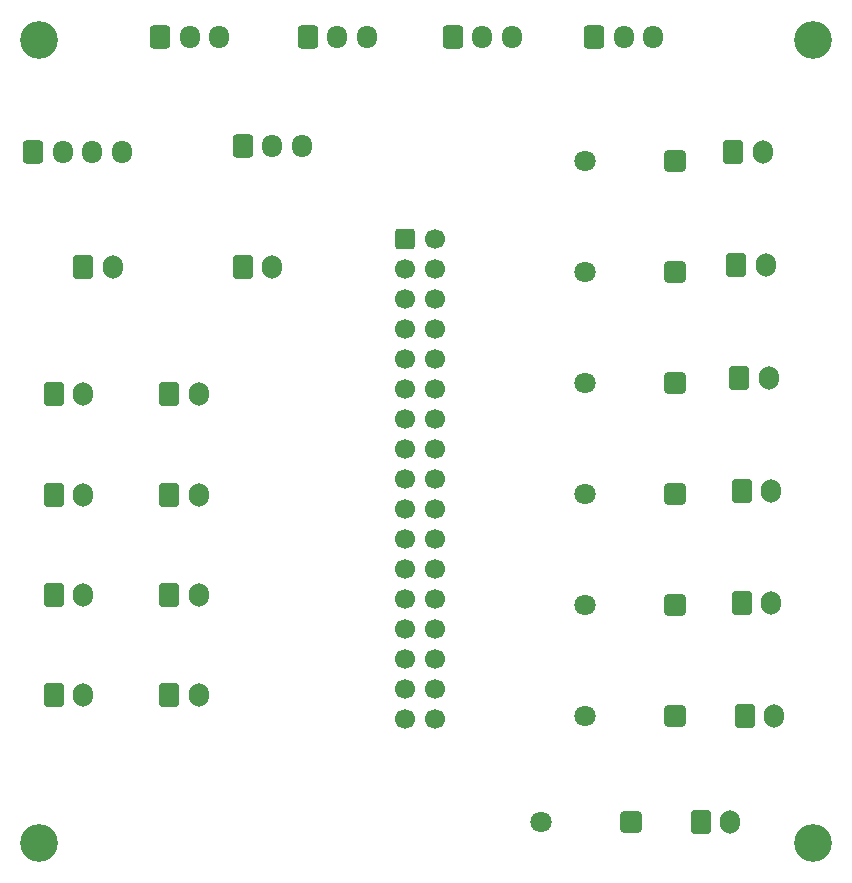
<source format=gbr>
%TF.GenerationSoftware,KiCad,Pcbnew,9.0.4*%
%TF.CreationDate,2025-11-16T16:02:53+10:00*%
%TF.ProjectId,Jet Ranger Auto Pilot Audio,4a657420-5261-46e6-9765-72204175746f,rev?*%
%TF.SameCoordinates,Original*%
%TF.FileFunction,Soldermask,Bot*%
%TF.FilePolarity,Negative*%
%FSLAX46Y46*%
G04 Gerber Fmt 4.6, Leading zero omitted, Abs format (unit mm)*
G04 Created by KiCad (PCBNEW 9.0.4) date 2025-11-16 16:02:53*
%MOMM*%
%LPD*%
G01*
G04 APERTURE LIST*
G04 Aperture macros list*
%AMRoundRect*
0 Rectangle with rounded corners*
0 $1 Rounding radius*
0 $2 $3 $4 $5 $6 $7 $8 $9 X,Y pos of 4 corners*
0 Add a 4 corners polygon primitive as box body*
4,1,4,$2,$3,$4,$5,$6,$7,$8,$9,$2,$3,0*
0 Add four circle primitives for the rounded corners*
1,1,$1+$1,$2,$3*
1,1,$1+$1,$4,$5*
1,1,$1+$1,$6,$7*
1,1,$1+$1,$8,$9*
0 Add four rect primitives between the rounded corners*
20,1,$1+$1,$2,$3,$4,$5,0*
20,1,$1+$1,$4,$5,$6,$7,0*
20,1,$1+$1,$6,$7,$8,$9,0*
20,1,$1+$1,$8,$9,$2,$3,0*%
G04 Aperture macros list end*
%ADD10RoundRect,0.250000X-0.600000X-0.750000X0.600000X-0.750000X0.600000X0.750000X-0.600000X0.750000X0*%
%ADD11O,1.700000X2.000000*%
%ADD12C,3.200000*%
%ADD13RoundRect,0.250000X0.650000X0.650000X-0.650000X0.650000X-0.650000X-0.650000X0.650000X-0.650000X0*%
%ADD14C,1.800000*%
%ADD15RoundRect,0.250000X-0.600000X-0.725000X0.600000X-0.725000X0.600000X0.725000X-0.600000X0.725000X0*%
%ADD16O,1.700000X1.950000*%
%ADD17RoundRect,0.250000X-0.600000X-0.600000X0.600000X-0.600000X0.600000X0.600000X-0.600000X0.600000X0*%
%ADD18C,1.700000*%
G04 APERTURE END LIST*
D10*
%TO.C,SW7*%
X153250000Y-112100000D03*
D11*
X155750000Y-112100000D03*
%TD*%
D12*
%TO.C,H4*%
X159500000Y-151500000D03*
%TD*%
D10*
%TO.C,SW10*%
X153500000Y-131200000D03*
D11*
X156000000Y-131200000D03*
%TD*%
D12*
%TO.C,H3*%
X94000000Y-151500000D03*
%TD*%
D10*
%TO.C,D12*%
X105000000Y-122000000D03*
D11*
X107500000Y-122000000D03*
%TD*%
D12*
%TO.C,H1*%
X94000000Y-83500000D03*
%TD*%
D10*
%TO.C,J2*%
X111250000Y-102750000D03*
D11*
X113750000Y-102750000D03*
%TD*%
D13*
%TO.C,D4*%
X147870000Y-121950000D03*
D14*
X140250000Y-121950000D03*
%TD*%
D10*
%TO.C,D6*%
X95250000Y-130500000D03*
D11*
X97750000Y-130500000D03*
%TD*%
D15*
%TO.C,SW2*%
X129000000Y-83250000D03*
D16*
X131500000Y-83250000D03*
X134000000Y-83250000D03*
%TD*%
D10*
%TO.C,D8*%
X105000000Y-139000000D03*
D11*
X107500000Y-139000000D03*
%TD*%
D10*
%TO.C,SW8*%
X153000000Y-102550000D03*
D11*
X155500000Y-102550000D03*
%TD*%
D10*
%TO.C,SW11*%
X153750000Y-140750000D03*
D11*
X156250000Y-140750000D03*
%TD*%
D17*
%TO.C,J3*%
X124960000Y-100380000D03*
D18*
X127500000Y-100380000D03*
X124960000Y-102920000D03*
X127500000Y-102920000D03*
X124960000Y-105460000D03*
X127500000Y-105460000D03*
X124960000Y-108000000D03*
X127500000Y-108000000D03*
X124960000Y-110540000D03*
X127500000Y-110540000D03*
X124960000Y-113080000D03*
X127500000Y-113080000D03*
X124960000Y-115620000D03*
X127500000Y-115620000D03*
X124960000Y-118160000D03*
X127500000Y-118160000D03*
X124960000Y-120700000D03*
X127500000Y-120700000D03*
X124960000Y-123240000D03*
X127500000Y-123240000D03*
X124960000Y-125780000D03*
X127500000Y-125780000D03*
X124960000Y-128320000D03*
X127500000Y-128320000D03*
X124960000Y-130860000D03*
X127500000Y-130860000D03*
X124960000Y-133400000D03*
X127500000Y-133400000D03*
X124960000Y-135940000D03*
X127500000Y-135940000D03*
X124960000Y-138480000D03*
X127500000Y-138480000D03*
X124960000Y-141020000D03*
X127500000Y-141020000D03*
%TD*%
D10*
%TO.C,SW12*%
X150000000Y-149750000D03*
D11*
X152500000Y-149750000D03*
%TD*%
D15*
%TO.C,SW5*%
X116750000Y-83250000D03*
D16*
X119250000Y-83250000D03*
X121750000Y-83250000D03*
%TD*%
D13*
%TO.C,D2*%
X147870000Y-112550000D03*
D14*
X140250000Y-112550000D03*
%TD*%
D10*
%TO.C,D14*%
X95250000Y-113500000D03*
D11*
X97750000Y-113500000D03*
%TD*%
D10*
%TO.C,L1*%
X97750000Y-102750000D03*
D11*
X100250000Y-102750000D03*
%TD*%
D10*
%TO.C,D5*%
X105000000Y-130500000D03*
D11*
X107500000Y-130500000D03*
%TD*%
D10*
%TO.C,D15*%
X95250000Y-122000000D03*
D11*
X97750000Y-122000000D03*
%TD*%
D15*
%TO.C,J1*%
X93500000Y-93000000D03*
D16*
X96000000Y-93000000D03*
X98500000Y-93000000D03*
X101000000Y-93000000D03*
%TD*%
D13*
%TO.C,D1*%
X147870000Y-93750000D03*
D14*
X140250000Y-93750000D03*
%TD*%
D10*
%TO.C,SW9*%
X153500000Y-121650000D03*
D11*
X156000000Y-121650000D03*
%TD*%
D13*
%TO.C,D11*%
X144120000Y-149750000D03*
D14*
X136500000Y-149750000D03*
%TD*%
D12*
%TO.C,H2*%
X159500000Y-83500000D03*
%TD*%
D13*
%TO.C,D9*%
X147870000Y-131350000D03*
D14*
X140250000Y-131350000D03*
%TD*%
D10*
%TO.C,D13*%
X105000000Y-113500000D03*
D11*
X107500000Y-113500000D03*
%TD*%
D13*
%TO.C,D3*%
X147870000Y-103150000D03*
D14*
X140250000Y-103150000D03*
%TD*%
D10*
%TO.C,D7*%
X95250000Y-139000000D03*
D11*
X97750000Y-139000000D03*
%TD*%
D15*
%TO.C,SW3*%
X104250000Y-83250000D03*
D16*
X106750000Y-83250000D03*
X109250000Y-83250000D03*
%TD*%
D15*
%TO.C,SW1*%
X111250000Y-92500000D03*
D16*
X113750000Y-92500000D03*
X116250000Y-92500000D03*
%TD*%
D15*
%TO.C,SW4*%
X141000000Y-83250000D03*
D16*
X143500000Y-83250000D03*
X146000000Y-83250000D03*
%TD*%
D13*
%TO.C,D10*%
X147870000Y-140750000D03*
D14*
X140250000Y-140750000D03*
%TD*%
D10*
%TO.C,SW6*%
X152750000Y-93000000D03*
D11*
X155250000Y-93000000D03*
%TD*%
M02*

</source>
